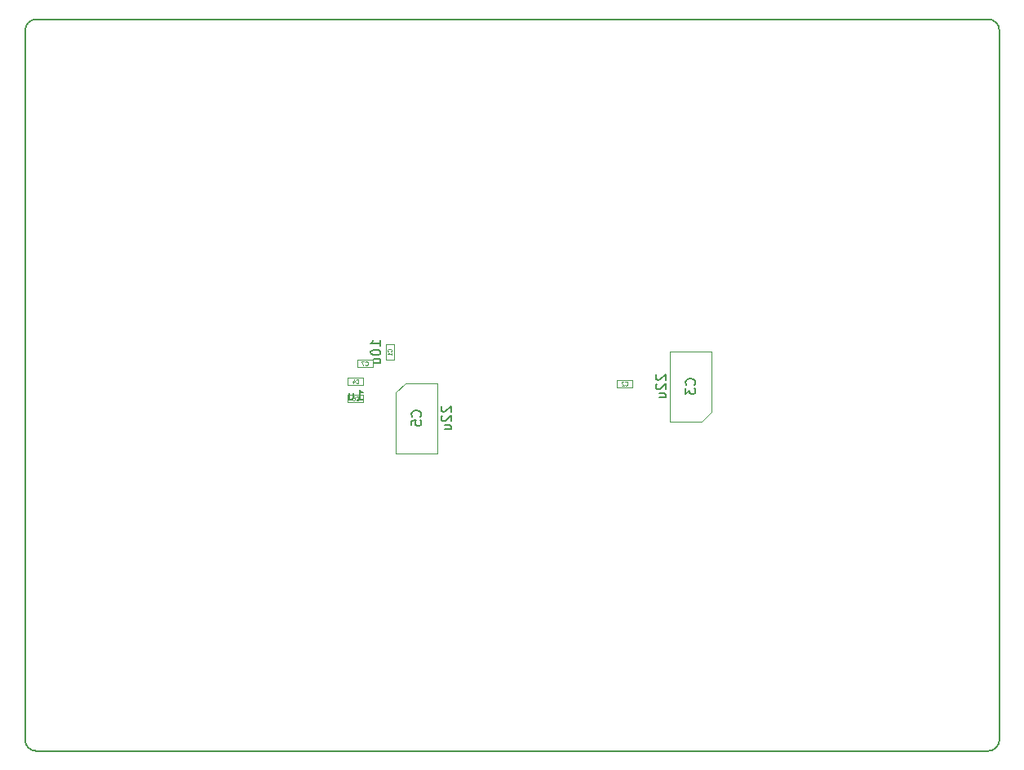
<source format=gbr>
G04 #@! TF.GenerationSoftware,KiCad,Pcbnew,6.0.1-79c1e3a40b~116~ubuntu21.10.1*
G04 #@! TF.CreationDate,2022-02-21T13:18:21-07:00*
G04 #@! TF.ProjectId,MinesRobotics_PDB,4d696e65-7352-46f6-926f-746963735f50,rev?*
G04 #@! TF.SameCoordinates,Original*
G04 #@! TF.FileFunction,AssemblyDrawing,Bot*
%FSLAX46Y46*%
G04 Gerber Fmt 4.6, Leading zero omitted, Abs format (unit mm)*
G04 Created by KiCad (PCBNEW 6.0.1-79c1e3a40b~116~ubuntu21.10.1) date 2022-02-21 13:18:21*
%MOMM*%
%LPD*%
G01*
G04 APERTURE LIST*
G04 #@! TA.AperFunction,Profile*
%ADD10C,0.150000*%
G04 #@! TD*
%ADD11C,0.150000*%
%ADD12C,0.060000*%
%ADD13C,0.100000*%
G04 APERTURE END LIST*
D10*
X181229000Y-126746000D02*
G75*
G03*
X182372000Y-125603000I0J1143000D01*
G01*
X82423000Y-50800000D02*
G75*
G03*
X81280000Y-51943000I0J-1143000D01*
G01*
X181229000Y-50800000D02*
X82423000Y-50800000D01*
X82423000Y-126746000D02*
X181229000Y-126746000D01*
X81280000Y-51943000D02*
X81280000Y-125603000D01*
X182372000Y-51943000D02*
G75*
G03*
X181229000Y-50800000I-1143000J0D01*
G01*
X81280000Y-125603000D02*
G75*
G03*
X82423000Y-126746000I1143000J0D01*
G01*
X182372000Y-125603000D02*
X182372000Y-51943000D01*
D11*
X146815619Y-87685714D02*
X146768000Y-87733333D01*
X146720380Y-87828571D01*
X146720380Y-88066666D01*
X146768000Y-88161904D01*
X146815619Y-88209523D01*
X146910857Y-88257142D01*
X147006095Y-88257142D01*
X147148952Y-88209523D01*
X147720380Y-87638095D01*
X147720380Y-88257142D01*
X146815619Y-88638095D02*
X146768000Y-88685714D01*
X146720380Y-88780952D01*
X146720380Y-89019047D01*
X146768000Y-89114285D01*
X146815619Y-89161904D01*
X146910857Y-89209523D01*
X147006095Y-89209523D01*
X147148952Y-89161904D01*
X147720380Y-88590476D01*
X147720380Y-89209523D01*
X147053714Y-90066666D02*
X147720380Y-90066666D01*
X147053714Y-89638095D02*
X147577523Y-89638095D01*
X147672761Y-89685714D01*
X147720380Y-89780952D01*
X147720380Y-89923809D01*
X147672761Y-90019047D01*
X147625142Y-90066666D01*
X150725142Y-88733333D02*
X150772761Y-88685714D01*
X150820380Y-88542857D01*
X150820380Y-88447619D01*
X150772761Y-88304761D01*
X150677523Y-88209523D01*
X150582285Y-88161904D01*
X150391809Y-88114285D01*
X150248952Y-88114285D01*
X150058476Y-88161904D01*
X149963238Y-88209523D01*
X149868000Y-88304761D01*
X149820380Y-88447619D01*
X149820380Y-88542857D01*
X149868000Y-88685714D01*
X149915619Y-88733333D01*
X149820380Y-89066666D02*
X149820380Y-89685714D01*
X150201333Y-89352380D01*
X150201333Y-89495238D01*
X150248952Y-89590476D01*
X150296571Y-89638095D01*
X150391809Y-89685714D01*
X150629904Y-89685714D01*
X150725142Y-89638095D01*
X150772761Y-89590476D01*
X150820380Y-89495238D01*
X150820380Y-89209523D01*
X150772761Y-89114285D01*
X150725142Y-89066666D01*
X124567619Y-90987714D02*
X124520000Y-91035333D01*
X124472380Y-91130571D01*
X124472380Y-91368666D01*
X124520000Y-91463904D01*
X124567619Y-91511523D01*
X124662857Y-91559142D01*
X124758095Y-91559142D01*
X124900952Y-91511523D01*
X125472380Y-90940095D01*
X125472380Y-91559142D01*
X124567619Y-91940095D02*
X124520000Y-91987714D01*
X124472380Y-92082952D01*
X124472380Y-92321047D01*
X124520000Y-92416285D01*
X124567619Y-92463904D01*
X124662857Y-92511523D01*
X124758095Y-92511523D01*
X124900952Y-92463904D01*
X125472380Y-91892476D01*
X125472380Y-92511523D01*
X124805714Y-93368666D02*
X125472380Y-93368666D01*
X124805714Y-92940095D02*
X125329523Y-92940095D01*
X125424761Y-92987714D01*
X125472380Y-93082952D01*
X125472380Y-93225809D01*
X125424761Y-93321047D01*
X125377142Y-93368666D01*
X122277142Y-92035333D02*
X122324761Y-91987714D01*
X122372380Y-91844857D01*
X122372380Y-91749619D01*
X122324761Y-91606761D01*
X122229523Y-91511523D01*
X122134285Y-91463904D01*
X121943809Y-91416285D01*
X121800952Y-91416285D01*
X121610476Y-91463904D01*
X121515238Y-91511523D01*
X121420000Y-91606761D01*
X121372380Y-91749619D01*
X121372380Y-91844857D01*
X121420000Y-91987714D01*
X121467619Y-92035333D01*
X121372380Y-92940095D02*
X121372380Y-92463904D01*
X121848571Y-92416285D01*
X121800952Y-92463904D01*
X121753333Y-92559142D01*
X121753333Y-92797238D01*
X121800952Y-92892476D01*
X121848571Y-92940095D01*
X121943809Y-92987714D01*
X122181904Y-92987714D01*
X122277142Y-92940095D01*
X122324761Y-92892476D01*
X122372380Y-92797238D01*
X122372380Y-92559142D01*
X122324761Y-92463904D01*
X122277142Y-92416285D01*
X115736666Y-90274380D02*
X116308095Y-90274380D01*
X116022380Y-90274380D02*
X116022380Y-89274380D01*
X116117619Y-89417238D01*
X116212857Y-89512476D01*
X116308095Y-89560095D01*
X114879523Y-89607714D02*
X114879523Y-90274380D01*
X115308095Y-89607714D02*
X115308095Y-90131523D01*
X115260476Y-90226761D01*
X115165238Y-90274380D01*
X115022380Y-90274380D01*
X114927142Y-90226761D01*
X114879523Y-90179142D01*
D12*
X115636666Y-88534857D02*
X115655714Y-88553904D01*
X115712857Y-88572952D01*
X115750952Y-88572952D01*
X115808095Y-88553904D01*
X115846190Y-88515809D01*
X115865238Y-88477714D01*
X115884285Y-88401523D01*
X115884285Y-88344380D01*
X115865238Y-88268190D01*
X115846190Y-88230095D01*
X115808095Y-88192000D01*
X115750952Y-88172952D01*
X115712857Y-88172952D01*
X115655714Y-88192000D01*
X115636666Y-88211047D01*
X115293809Y-88306285D02*
X115293809Y-88572952D01*
X115389047Y-88153904D02*
X115484285Y-88439619D01*
X115236666Y-88439619D01*
X116601866Y-86680657D02*
X116620914Y-86699704D01*
X116678057Y-86718752D01*
X116716152Y-86718752D01*
X116773295Y-86699704D01*
X116811390Y-86661609D01*
X116830438Y-86623514D01*
X116849485Y-86547323D01*
X116849485Y-86490180D01*
X116830438Y-86413990D01*
X116811390Y-86375895D01*
X116773295Y-86337800D01*
X116716152Y-86318752D01*
X116678057Y-86318752D01*
X116620914Y-86337800D01*
X116601866Y-86356847D01*
X116468533Y-86318752D02*
X116201866Y-86318752D01*
X116373295Y-86718752D01*
D11*
X118148380Y-84701142D02*
X118148380Y-84129714D01*
X118148380Y-84415428D02*
X117148380Y-84415428D01*
X117291238Y-84320190D01*
X117386476Y-84224952D01*
X117434095Y-84129714D01*
X117148380Y-85320190D02*
X117148380Y-85415428D01*
X117196000Y-85510666D01*
X117243619Y-85558285D01*
X117338857Y-85605904D01*
X117529333Y-85653523D01*
X117767428Y-85653523D01*
X117957904Y-85605904D01*
X118053142Y-85558285D01*
X118100761Y-85510666D01*
X118148380Y-85415428D01*
X118148380Y-85320190D01*
X118100761Y-85224952D01*
X118053142Y-85177333D01*
X117957904Y-85129714D01*
X117767428Y-85082095D01*
X117529333Y-85082095D01*
X117338857Y-85129714D01*
X117243619Y-85177333D01*
X117196000Y-85224952D01*
X117148380Y-85320190D01*
X117481714Y-86510666D02*
X118148380Y-86510666D01*
X117481714Y-86082095D02*
X118005523Y-86082095D01*
X118100761Y-86129714D01*
X118148380Y-86224952D01*
X118148380Y-86367809D01*
X118100761Y-86463047D01*
X118053142Y-86510666D01*
D12*
X119268857Y-85277333D02*
X119287904Y-85258285D01*
X119306952Y-85201142D01*
X119306952Y-85163047D01*
X119287904Y-85105904D01*
X119249809Y-85067809D01*
X119211714Y-85048761D01*
X119135523Y-85029714D01*
X119078380Y-85029714D01*
X119002190Y-85048761D01*
X118964095Y-85067809D01*
X118926000Y-85105904D01*
X118906952Y-85163047D01*
X118906952Y-85201142D01*
X118926000Y-85258285D01*
X118945047Y-85277333D01*
X119306952Y-85658285D02*
X119306952Y-85429714D01*
X119306952Y-85544000D02*
X118906952Y-85544000D01*
X118964095Y-85505904D01*
X119002190Y-85467809D01*
X119021238Y-85429714D01*
X143546666Y-88768057D02*
X143565714Y-88787104D01*
X143622857Y-88806152D01*
X143660952Y-88806152D01*
X143718095Y-88787104D01*
X143756190Y-88749009D01*
X143775238Y-88710914D01*
X143794285Y-88634723D01*
X143794285Y-88577580D01*
X143775238Y-88501390D01*
X143756190Y-88463295D01*
X143718095Y-88425200D01*
X143660952Y-88406152D01*
X143622857Y-88406152D01*
X143565714Y-88425200D01*
X143546666Y-88444247D01*
X143394285Y-88444247D02*
X143375238Y-88425200D01*
X143337142Y-88406152D01*
X143241904Y-88406152D01*
X143203809Y-88425200D01*
X143184761Y-88444247D01*
X143165714Y-88482342D01*
X143165714Y-88520438D01*
X143184761Y-88577580D01*
X143413333Y-88806152D01*
X143165714Y-88806152D01*
X115636666Y-90312857D02*
X115655714Y-90331904D01*
X115712857Y-90350952D01*
X115750952Y-90350952D01*
X115808095Y-90331904D01*
X115846190Y-90293809D01*
X115865238Y-90255714D01*
X115884285Y-90179523D01*
X115884285Y-90122380D01*
X115865238Y-90046190D01*
X115846190Y-90008095D01*
X115808095Y-89970000D01*
X115750952Y-89950952D01*
X115712857Y-89950952D01*
X115655714Y-89970000D01*
X115636666Y-89989047D01*
X115408095Y-90122380D02*
X115446190Y-90103333D01*
X115465238Y-90084285D01*
X115484285Y-90046190D01*
X115484285Y-90027142D01*
X115465238Y-89989047D01*
X115446190Y-89970000D01*
X115408095Y-89950952D01*
X115331904Y-89950952D01*
X115293809Y-89970000D01*
X115274761Y-89989047D01*
X115255714Y-90027142D01*
X115255714Y-90046190D01*
X115274761Y-90084285D01*
X115293809Y-90103333D01*
X115331904Y-90122380D01*
X115408095Y-90122380D01*
X115446190Y-90141428D01*
X115465238Y-90160476D01*
X115484285Y-90198571D01*
X115484285Y-90274761D01*
X115465238Y-90312857D01*
X115446190Y-90331904D01*
X115408095Y-90350952D01*
X115331904Y-90350952D01*
X115293809Y-90331904D01*
X115274761Y-90312857D01*
X115255714Y-90274761D01*
X115255714Y-90198571D01*
X115274761Y-90160476D01*
X115293809Y-90141428D01*
X115331904Y-90122380D01*
D13*
X152518000Y-91550000D02*
X151518000Y-92550000D01*
X151518000Y-92550000D02*
X148218000Y-92550000D01*
X148218000Y-85250000D02*
X152518000Y-85250000D01*
X148218000Y-92550000D02*
X148218000Y-85250000D01*
X152518000Y-85250000D02*
X152518000Y-91550000D01*
X124070000Y-88552000D02*
X124070000Y-95852000D01*
X124070000Y-95852000D02*
X119770000Y-95852000D01*
X119770000Y-95852000D02*
X119770000Y-89552000D01*
X120770000Y-88552000D02*
X124070000Y-88552000D01*
X119770000Y-89552000D02*
X120770000Y-88552000D01*
X116370000Y-88792000D02*
X116370000Y-87992000D01*
X114770000Y-87992000D02*
X114770000Y-88792000D01*
X114770000Y-88792000D02*
X116370000Y-88792000D01*
X116370000Y-87992000D02*
X114770000Y-87992000D01*
X115735200Y-86137800D02*
X115735200Y-86937800D01*
X117335200Y-86937800D02*
X117335200Y-86137800D01*
X117335200Y-86137800D02*
X115735200Y-86137800D01*
X115735200Y-86937800D02*
X117335200Y-86937800D01*
X119526000Y-84544000D02*
X118726000Y-84544000D01*
X119526000Y-86144000D02*
X119526000Y-84544000D01*
X118726000Y-84544000D02*
X118726000Y-86144000D01*
X118726000Y-86144000D02*
X119526000Y-86144000D01*
X142680000Y-89025200D02*
X144280000Y-89025200D01*
X142680000Y-88225200D02*
X142680000Y-89025200D01*
X144280000Y-89025200D02*
X144280000Y-88225200D01*
X144280000Y-88225200D02*
X142680000Y-88225200D01*
X114770000Y-90570000D02*
X116370000Y-90570000D01*
X116370000Y-90570000D02*
X116370000Y-89770000D01*
X116370000Y-89770000D02*
X114770000Y-89770000D01*
X114770000Y-89770000D02*
X114770000Y-90570000D01*
M02*

</source>
